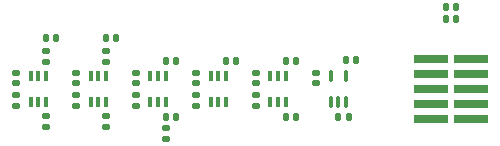
<source format=gtp>
G04*
G04 #@! TF.GenerationSoftware,Altium Limited,Altium Designer,25.9.0 (10)*
G04*
G04 Layer_Color=7044829*
%FSLAX44Y44*%
%MOMM*%
G71*
G04*
G04 #@! TF.SameCoordinates,BC283E87-7A94-4346-B581-373BCE07BC23*
G04*
G04*
G04 #@! TF.FilePolarity,Positive*
G04*
G01*
G75*
G04:AMPARAMS|DCode=13|XSize=0.55mm|YSize=0.6mm|CornerRadius=0.1375mm|HoleSize=0mm|Usage=FLASHONLY|Rotation=180.000|XOffset=0mm|YOffset=0mm|HoleType=Round|Shape=RoundedRectangle|*
%AMROUNDEDRECTD13*
21,1,0.5500,0.3250,0,0,180.0*
21,1,0.2750,0.6000,0,0,180.0*
1,1,0.2750,-0.1375,0.1625*
1,1,0.2750,0.1375,0.1625*
1,1,0.2750,0.1375,-0.1625*
1,1,0.2750,-0.1375,-0.1625*
%
%ADD13ROUNDEDRECTD13*%
G04:AMPARAMS|DCode=14|XSize=0.6mm|YSize=0.55mm|CornerRadius=0.1375mm|HoleSize=0mm|Usage=FLASHONLY|Rotation=180.000|XOffset=0mm|YOffset=0mm|HoleType=Round|Shape=RoundedRectangle|*
%AMROUNDEDRECTD14*
21,1,0.6000,0.2750,0,0,180.0*
21,1,0.3250,0.5500,0,0,180.0*
1,1,0.2750,-0.1625,0.1375*
1,1,0.2750,0.1625,0.1375*
1,1,0.2750,0.1625,-0.1375*
1,1,0.2750,-0.1625,-0.1375*
%
%ADD14ROUNDEDRECTD14*%
G04:AMPARAMS|DCode=15|XSize=0.9mm|YSize=0.4mm|CornerRadius=0.1mm|HoleSize=0mm|Usage=FLASHONLY|Rotation=90.000|XOffset=0mm|YOffset=0mm|HoleType=Round|Shape=RoundedRectangle|*
%AMROUNDEDRECTD15*
21,1,0.9000,0.2000,0,0,90.0*
21,1,0.7000,0.4000,0,0,90.0*
1,1,0.2000,0.1000,0.3500*
1,1,0.2000,0.1000,-0.3500*
1,1,0.2000,-0.1000,-0.3500*
1,1,0.2000,-0.1000,0.3500*
%
%ADD15ROUNDEDRECTD15*%
G04:AMPARAMS|DCode=16|XSize=0.55mm|YSize=0.6mm|CornerRadius=0.1375mm|HoleSize=0mm|Usage=FLASHONLY|Rotation=90.000|XOffset=0mm|YOffset=0mm|HoleType=Round|Shape=RoundedRectangle|*
%AMROUNDEDRECTD16*
21,1,0.5500,0.3250,0,0,90.0*
21,1,0.2750,0.6000,0,0,90.0*
1,1,0.2750,0.1625,0.1375*
1,1,0.2750,0.1625,-0.1375*
1,1,0.2750,-0.1625,-0.1375*
1,1,0.2750,-0.1625,0.1375*
%
%ADD16ROUNDEDRECTD16*%
G04:AMPARAMS|DCode=17|XSize=0.95mm|YSize=0.4mm|CornerRadius=0.1mm|HoleSize=0mm|Usage=FLASHONLY|Rotation=90.000|XOffset=0mm|YOffset=0mm|HoleType=Round|Shape=RoundedRectangle|*
%AMROUNDEDRECTD17*
21,1,0.9500,0.2000,0,0,90.0*
21,1,0.7500,0.4000,0,0,90.0*
1,1,0.2000,0.1000,0.3750*
1,1,0.2000,0.1000,-0.3750*
1,1,0.2000,-0.1000,-0.3750*
1,1,0.2000,-0.1000,0.3750*
%
%ADD17ROUNDEDRECTD17*%
G04:AMPARAMS|DCode=18|XSize=0.74mm|YSize=2.92mm|CornerRadius=0.185mm|HoleSize=0mm|Usage=FLASHONLY|Rotation=90.000|XOffset=0mm|YOffset=0mm|HoleType=Round|Shape=RoundedRectangle|*
%AMROUNDEDRECTD18*
21,1,0.7400,2.5500,0,0,90.0*
21,1,0.3700,2.9200,0,0,90.0*
1,1,0.3700,1.2750,0.1850*
1,1,0.3700,1.2750,-0.1850*
1,1,0.3700,-1.2750,-0.1850*
1,1,0.3700,-1.2750,0.1850*
%
%ADD18ROUNDEDRECTD18*%
D13*
X89250Y157800D02*
D03*
X97750D02*
D03*
X190500Y91000D02*
D03*
X199500D02*
D03*
X190750Y138300D02*
D03*
X199250D02*
D03*
X301000Y91000D02*
D03*
X292000D02*
D03*
X427750Y174000D02*
D03*
X436250D02*
D03*
X436500Y184000D02*
D03*
X427500D02*
D03*
X351750Y138800D02*
D03*
X300500Y138500D02*
D03*
X250250Y138300D02*
D03*
X148250Y157800D02*
D03*
X292000Y138500D02*
D03*
X343250Y138800D02*
D03*
X241750Y138300D02*
D03*
X336700Y91000D02*
D03*
X345700D02*
D03*
X139750Y157800D02*
D03*
D14*
X216000Y100300D02*
D03*
Y109300D02*
D03*
X318000Y119300D02*
D03*
X266500Y119300D02*
D03*
Y109300D02*
D03*
X216000Y119300D02*
D03*
X165000Y119300D02*
D03*
X114500Y119300D02*
D03*
X63500Y119300D02*
D03*
X165000Y109300D02*
D03*
X114500Y109300D02*
D03*
X63500Y109300D02*
D03*
X266500Y128300D02*
D03*
Y100300D02*
D03*
X318000Y128300D02*
D03*
X165000Y100300D02*
D03*
Y128300D02*
D03*
X216000Y128300D02*
D03*
X63500Y100300D02*
D03*
Y128300D02*
D03*
X114500Y100300D02*
D03*
Y128300D02*
D03*
D15*
X228500Y103300D02*
D03*
X241500D02*
D03*
Y125300D02*
D03*
X235000D02*
D03*
X228500D02*
D03*
X235000Y103300D02*
D03*
X285500Y125300D02*
D03*
Y103300D02*
D03*
X184000Y125300D02*
D03*
Y103300D02*
D03*
X133500Y103300D02*
D03*
X82500Y103300D02*
D03*
X279000Y125300D02*
D03*
X292000D02*
D03*
Y103300D02*
D03*
X279000D02*
D03*
X177500Y125300D02*
D03*
X190500D02*
D03*
Y103300D02*
D03*
X177500D02*
D03*
X76000Y125300D02*
D03*
X82500D02*
D03*
X89000D02*
D03*
Y103300D02*
D03*
X76000D02*
D03*
X127000Y125300D02*
D03*
X133500D02*
D03*
X140000D02*
D03*
Y103300D02*
D03*
X127000D02*
D03*
D16*
X190500Y72500D02*
D03*
Y81500D02*
D03*
X89000Y137300D02*
D03*
Y146300D02*
D03*
X89000Y82300D02*
D03*
Y91300D02*
D03*
X140000Y146300D02*
D03*
Y137300D02*
D03*
Y82300D02*
D03*
Y91300D02*
D03*
D17*
X330000Y103300D02*
D03*
X336500D02*
D03*
X343000Y125300D02*
D03*
X330000D02*
D03*
X343000Y103300D02*
D03*
D18*
X448950Y114300D02*
D03*
X414650Y127000D02*
D03*
X448950Y101600D02*
D03*
X414650D02*
D03*
Y88900D02*
D03*
X448950D02*
D03*
Y127000D02*
D03*
X414650Y139700D02*
D03*
X448950D02*
D03*
X414650Y114300D02*
D03*
M02*

</source>
